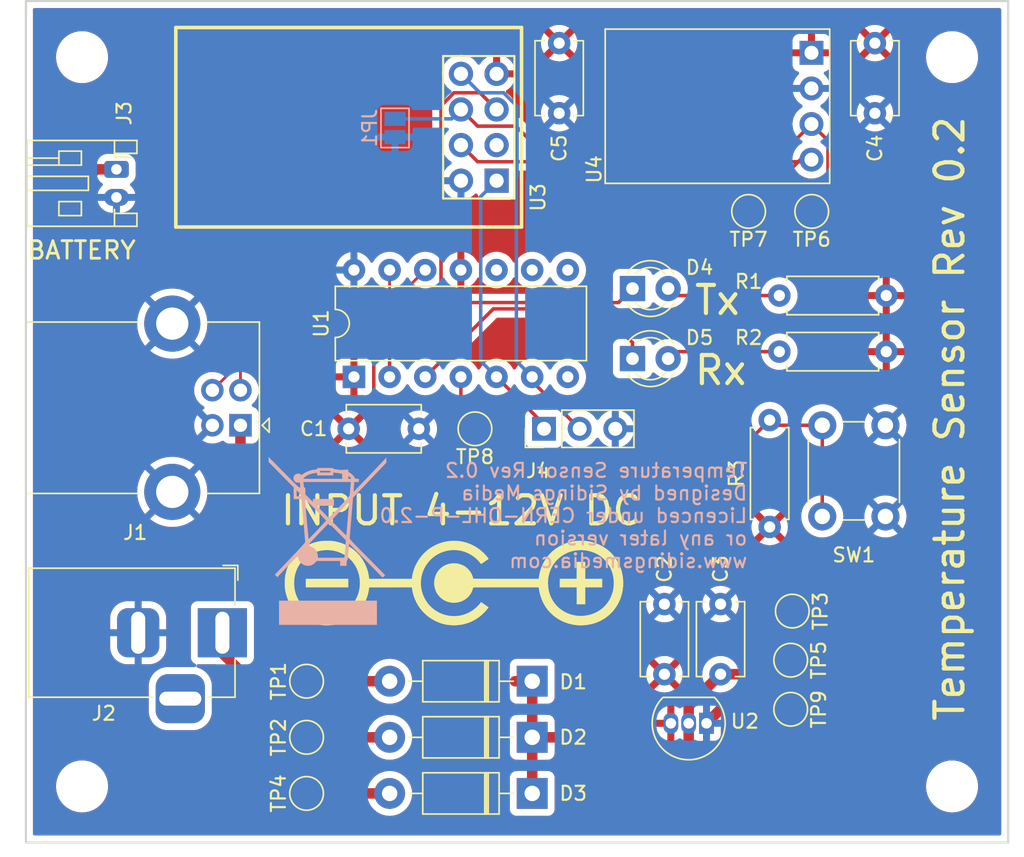
<source format=kicad_pcb>
(kicad_pcb (version 20221018) (generator pcbnew)
  (title_block (title "Temperature Sensor") (date "2024-01-13") (rev "0.2") (company "Sidings Media") (comment 1 "Licence: CERN-OHL-P-2.0 or any later version"))
  (layers (0 "F.Cu" signal) (31 "B.Cu" signal) (34 "B.Paste" user) (35 "F.Paste" user) (36 "B.SilkS" user "B.Silkscreen") (37 "F.SilkS" user "F.Silkscreen") (38 "B.Mask" user) (39 "F.Mask" user) (44 "Edge.Cuts" user))
  (net 0 "")
  (net 1 "+3.3V")
  (net 2 "GND")
  (net 3 "/V_INPUT")
  (net 4 "Net-(D1-A)")
  (net 5 "Net-(D2-A)")
  (net 6 "Net-(D3-A)")
  (net 7 "/LED_TX")
  (net 8 "Net-(D4-A)")
  (net 9 "/LED_RX")
  (net 10 "Net-(D5-A)")
  (net 11 "/USB_D-")
  (net 12 "/USB_D+")
  (net 13 "/~{RESET}")
  (net 14 "/TEMP_I2C_SCL")
  (net 15 "/TEMP_I2C_SDA")
  (net 16 "/UART_TX")
  (net 17 "/UART_RX")
  (footprint "Sensor_Temp_Humidity:AHT10" (layer "F.Cu") (at 159.68 84.02 180)
    (fp_text reference "U4" (at 8.68 -0.98 90 unlocked) (layer "F.SilkS") (effects (font (thickness 0.153))))
    (fp_text value "AHT10")
    (pad "1" thru_hole rect (at -6.8 7.33) (size 1.7 1.7) (drill 1) (layers "*.Cu" "*.Mask") (net 1 "+3.3V"))
    (pad "2" thru_hole oval (at -6.8 4.79) (size 1.7 1.7) (drill 1) (layers "*.Cu" "*.Mask") (net 2 "GND"))
    (pad "3" thru_hole oval (at -6.8 2.25) (size 1.7 1.7) (drill 1) (layers "*.Cu" "*.Mask") (net 14 "/TEMP_I2C_SCL"))
    (pad "4" thru_hole oval (at -6.8 -0.29) (size 1.7 1.7) (drill 1) (layers "*.Cu" "*.Mask") (net 15 "/TEMP_I2C_SDA"))
  )
  (footprint "MountingHole:MountingHole_3.2mm_M3" (layer "F.Cu") (at 176.5 129)
    (fp_text reference "H3" hide)
    (fp_text value "MountingHole")
    (pad "" np_thru_hole circle (at 0 0) (size 3.2 3.2) (drill 3.2) (layers "*.Cu" "*.Mask"))
  )
  (footprint "Diode_THT:D_DO-41_SOD81_P10.16mm_Horizontal" (layer "F.Cu") (at 146.58 121.5 180)
    (fp_text reference "D1" (at -2.92 -0.05) (layer "F.SilkS") (effects (font (thickness 0.153))))
    (fp_text value "1N5818")
    (pad "1" thru_hole rect (at 0 0 180) (size 2.2 2.2) (drill 1.1) (layers "*.Cu" "*.Mask") (net 3 "/V_INPUT"))
    (pad "2" thru_hole oval (at 10.16 0 180) (size 2.2 2.2) (drill 1.1) (layers "*.Cu" "*.Mask") (net 4 "Net-(D1-A)"))
  )
  (footprint "Connector_PinHeader_2.54mm:PinHeader_1x03_P2.54mm_Vertical" (layer "F.Cu") (at 147.42 103.5 90)
    (fp_text reference "J4" (at -3 -0.42 180) (layer "F.SilkS") (effects (font (thickness 0.153))))
    (fp_text value "Conn_01x03")
    (pad "1" thru_hole rect (at 0 0 90) (size 1.7 1.7) (drill 1) (layers "*.Cu" "*.Mask") (net 16 "/UART_TX"))
    (pad "2" thru_hole oval (at 0 2.54 90) (size 1.7 1.7) (drill 1) (layers "*.Cu" "*.Mask") (net 17 "/UART_RX"))
    (pad "3" thru_hole oval (at 0 5.08 90) (size 1.7 1.7) (drill 1) (layers "*.Cu" "*.Mask") (net 2 "GND"))
  )
  (footprint "Capacitor_THT:C_Disc_D5.1mm_W3.2mm_P5.00mm" (layer "F.Cu") (at 171 76 -90)
    (fp_text reference "C4" (at 7.5 0 90) (layer "F.SilkS") (effects (font (thickness 0.153))))
    (fp_text value "100n")
    (pad "1" thru_hole circle (at 0 0 270) (size 1.6 1.6) (drill 0.8) (layers "*.Cu" "*.Mask") (net 1 "+3.3V"))
    (pad "2" thru_hole circle (at 5 0 270) (size 1.6 1.6) (drill 0.8) (layers "*.Cu" "*.Mask") (net 2 "GND"))
  )
  (footprint "Package_TO_SOT_THT:TO-92_Inline" (layer "F.Cu") (at 159 124.5 180)
    (fp_text reference "U2" (at -2.73 0.14) (layer "F.SilkS") (effects (font (thickness 0.153))))
    (fp_text value "MCP1702-3302E")
    (pad "1" thru_hole rect (at 0 0 180) (size 1.05 1.5) (drill 0.75) (layers "*.Cu" "*.Mask") (net 2 "GND"))
    (pad "2" thru_hole oval (at 1.27 0 180) (size 1.05 1.5) (drill 0.75) (layers "*.Cu" "*.Mask") (net 3 "/V_INPUT"))
    (pad "3" thru_hole oval (at 2.54 0 180) (size 1.05 1.5) (drill 0.75) (layers "*.Cu" "*.Mask") (net 1 "+3.3V"))
  )
  (footprint "TestPoint:TestPoint_Pad_D2.0mm" (layer "F.Cu") (at 165.115 116.5 -90)
    (fp_text reference "TP3" (at 0 -1.998 -90) (layer "F.SilkS") (effects (font (thickness 0.153))))
    (fp_text value "TestPoint")
    (pad "1" smd circle (at 0 0 270) (size 2 2) (layers "F.Cu" "F.Mask") (net 1 "+3.3V"))
  )
  (footprint "TestPoint:TestPoint_Pad_D2.0mm" (layer "F.Cu") (at 162 88 180)
    (fp_text reference "TP7" (at 0 -1.998) (layer "F.SilkS") (effects (font (thickness 0.153))))
    (fp_text value "TestPoint")
    (pad "1" smd circle (at 0 0 180) (size 2 2) (layers "F.Cu" "F.Mask") (net 15 "/TEMP_I2C_SDA"))
  )
  (footprint "TestPoint:TestPoint_Pad_D2.0mm" (layer "F.Cu") (at 130.5 125.5 90)
    (fp_text reference "TP2" (at 0 -1.998 90) (layer "F.SilkS") (effects (font (thickness 0.153))))
    (fp_text value "TestPoint")
    (pad "1" smd circle (at 0 0 90) (size 2 2) (layers "F.Cu" "F.Mask") (net 5 "Net-(D2-A)"))
  )
  (footprint "MountingHole:MountingHole_3.2mm_M3" (layer "F.Cu") (at 114.5 77)
    (fp_text reference "H4" hide)
    (fp_text value "MountingHole")
    (pad "" np_thru_hole circle (at 0 0) (size 3.2 3.2) (drill 3.2) (layers "*.Cu" "*.Mask"))
  )
  (footprint "Capacitor_THT:C_Disc_D5.1mm_W3.2mm_P5.00mm" (layer "F.Cu") (at 133.5 103.5)
    (fp_text reference "C1" (at -2.5 0) (layer "F.SilkS") (effects (font (thickness 0.153))))
    (fp_text value "100n")
    (pad "1" thru_hole circle (at 0 0) (size 1.6 1.6) (drill 0.8) (layers "*.Cu" "*.Mask") (net 1 "+3.3V"))
    (pad "2" thru_hole circle (at 5 0) (size 1.6 1.6) (drill 0.8) (layers "*.Cu" "*.Mask") (net 2 "GND"))
  )
  (footprint "MountingHole:MountingHole_3.2mm_M3" (layer "F.Cu") (at 114.5 129)
    (fp_text reference "H1" hide)
    (fp_text value "MountingHole")
    (pad "" np_thru_hole circle (at 0 0) (size 3.2 3.2) (drill 3.2) (layers "*.Cu" "*.Mask"))
  )
  (footprint "TestPoint:TestPoint_Pad_D2.0mm" (layer "F.Cu") (at 166.5 88 180)
    (fp_text reference "TP6" (at 0 -1.998) (layer "F.SilkS") (effects (font (thickness 0.153))))
    (fp_text value "TestPoint")
    (pad "1" smd circle (at 0 0 180) (size 2 2) (layers "F.Cu" "F.Mask") (net 14 "/TEMP_I2C_SCL"))
  )
  (footprint "MountingHole:MountingHole_3.2mm_M3" (layer "F.Cu") (at 176.5 77)
    (fp_text reference "H2" hide)
    (fp_text value "MountingHole")
    (pad "" np_thru_hole circle (at 0 0) (size 3.2 3.2) (drill 3.2) (layers "*.Cu" "*.Mask"))
  )
  (footprint "Capacitor_THT:C_Disc_D5.1mm_W3.2mm_P5.00mm" (layer "F.Cu") (at 148.5 76 -90)
    (fp_text reference "C5" (at 7.5 0 90) (layer "F.SilkS") (effects (font (thickness 0.153))))
    (fp_text value "100n")
    (pad "1" thru_hole circle (at 0 0 270) (size 1.6 1.6) (drill 0.8) (layers "*.Cu" "*.Mask") (net 1 "+3.3V"))
    (pad "2" thru_hole circle (at 5 0 270) (size 1.6 1.6) (drill 0.8) (layers "*.Cu" "*.Mask") (net 2 "GND"))
  )
  (footprint "Connector_JST:JST_PH_S2B-PH-K_1x02_P2.00mm_Horizontal" (layer "F.Cu") (at 116.95 85 -90)
    (fp_text reference "J3" (at -4 -0.55 90) (layer "F.SilkS") (effects (font (thickness 0.153))))
    (fp_text value "Conn_01x02_Pin")
    (pad "1" thru_hole roundrect (at 0 0 270) (size 1.2 1.75) (drill 0.75) (layers "*.Cu" "*.Mask") (roundrect_rratio 0.2083333333) (net 6 "Net-(D3-A)"))
    (pad "2" thru_hole oval (at 2 0 270) (size 1.2 1.75) (drill 0.75) (layers "*.Cu" "*.Mask") (net 2 "GND"))
  )
  (footprint "TestPoint:TestPoint_Pad_D2.0mm" (layer "F.Cu") (at 165 120 -90)
    (fp_text reference "TP5" (at 0 -1.998 -90) (layer "F.SilkS") (effects (font (thickness 0.153))))
    (fp_text value "TestPoint")
    (pad "1" smd circle (at 0 0 270) (size 2 2) (layers "F.Cu" "F.Mask") (net 3 "/V_INPUT"))
  )
  (footprint "TestPoint:TestPoint_Pad_D2.0mm" (layer "F.Cu") (at 142.5 103.5 180)
    (fp_text reference "TP8" (at 0 -1.998) (layer "F.SilkS") (effects (font (thickness 0.153))))
    (fp_text value "TestPoint")
    (pad "1" smd circle (at 0 0 180) (size 2 2) (layers "F.Cu" "F.Mask") (net 13 "/~{RESET}"))
  )
  (footprint "Capacitor_THT:C_Disc_D5.1mm_W3.2mm_P5.00mm" (layer "F.Cu") (at 160 121 90)
    (fp_text reference "C3" (at 7.5 0 90) (layer "F.SilkS") (effects (font (thickness 0.153))))
    (fp_text value "1u")
    (pad "1" thru_hole circle (at 0 0 90) (size 1.6 1.6) (drill 0.8) (layers "*.Cu" "*.Mask") (net 3 "/V_INPUT"))
    (pad "2" thru_hole circle (at 5 0 90) (size 1.6 1.6) (drill 0.8) (layers "*.Cu" "*.Mask") (net 2 "GND"))
  )
  (footprint "ESP8266:ESP-01" (layer "F.Cu") (at 144.041 85.81 180)
    (fp_text reference "U3" (at -2.959 -1.19 90) (layer "F.SilkS") (effects (font (thickness 0.153))))
    (fp_text value "ESP-01v090")
    (pad "1" thru_hole rect (at 0 0 180) (size 1.7272 1.7272) (drill 1.016) (layers "*.Cu" "*.Mask") (net 16 "/UART_TX"))
    (pad "2" thru_hole oval (at 2.54 0 180) (size 1.7272 1.7272) (drill 1.016) (layers "*.Cu" "*.Mask") (net 2 "GND"))
    (pad "3" thru_hole oval (at 0 2.54 180) (size 1.7272 1.7272) (drill 1.016) (layers "*.Cu" "*.Mask"))
    (pad "4" thru_hole oval (at 2.54 2.54 180) (size 1.7272 1.7272) (drill 1.016) (layers "*.Cu" "*.Mask") (net 15 "/TEMP_I2C_SDA"))
    (pad "5" thru_hole oval (at 0 5.08 180) (size 1.7272 1.7272) (drill 1.016) (layers "*.Cu" "*.Mask") (net 13 "/~{RESET}"))
    (pad "6" thru_hole oval (at 2.54 5.08 180) (size 1.7272 1.7272) (drill 1.016) (layers "*.Cu" "*.Mask") (net 14 "/TEMP_I2C_SCL"))
    (pad "7" thru_hole oval (at 0 7.62 180) (size 1.7272 1.7272) (drill 1.016) (layers "*.Cu" "*.Mask") (net 1 "+3.3V"))
    (pad "8" thru_hole oval (at 2.54 7.62 180) (size 1.7272 1.7272) (drill 1.016) (layers "*.Cu" "*.Mask") (net 17 "/UART_RX"))
  )
  (footprint "TestPoint:TestPoint_Pad_D2.0mm" (layer "F.Cu") (at 165 123.5 -90)
    (fp_text reference "TP9" (at 0 -1.998 90) (layer "F.SilkS") (effects (font (thickness 0.153))))
    (fp_text value "TestPoint")
    (pad "1" smd circle (at 0 0 270) (size 2 2) (layers "F.Cu" "F.Mask") (net 2 "GND"))
  )
  (footprint "Resistor_THT:R_Axial_DIN0207_L6.3mm_D2.5mm_P7.62mm_Horizontal" (layer "F.Cu") (at 164.19 98)
    (fp_text reference "R2" (at -2.19 -1) (layer "F.SilkS") (effects (font (thickness 0.153))))
    (fp_text value "330R")
    (pad "1" thru_hole circle (at 0 0) (size 1.6 1.6) (drill 0.8) (layers "*.Cu" "*.Mask") (net 10 "Net-(D5-A)"))
    (pad "2" thru_hole oval (at 7.62 0) (size 1.6 1.6) (drill 0.8) (layers "*.Cu" "*.Mask") (net 1 "+3.3V"))
  )
  (footprint "Diode_THT:D_DO-41_SOD81_P10.16mm_Horizontal" (layer "F.Cu") (at 146.58 125.5 180)
    (fp_text reference "D2" (at -2.92 0) (layer "F.SilkS") (effects (font (thickness 0.153))))
    (fp_text value "1N5818")
    (pad "1" thru_hole rect (at 0 0 180) (size 2.2 2.2) (drill 1.1) (layers "*.Cu" "*.Mask") (net 3 "/V_INPUT"))
    (pad "2" thru_hole oval (at 10.16 0 180) (size 2.2 2.2) (drill 1.1) (layers "*.Cu" "*.Mask") (net 5 "Net-(D2-A)"))
  )
  (footprint "Capacitor_THT:C_Disc_D5.1mm_W3.2mm_P5.00mm" (layer "F.Cu") (at 156 121 90)
    (fp_text reference "C2" (at 7.5 0 90) (layer "F.SilkS") (effects (font (thickness 0.153))))
    (fp_text value "1u")
    (pad "1" thru_hole circle (at 0 0 90) (size 1.6 1.6) (drill 0.8) (layers "*.Cu" "*.Mask") (net 1 "+3.3V"))
    (pad "2" thru_hole circle (at 5 0 90) (size 1.6 1.6) (drill 0.8) (layers "*.Cu" "*.Mask") (net 2 "GND"))
  )
  (footprint "TestPoint:TestPoint_Pad_D2.0mm" (layer "F.Cu") (at 130.5 129.5 90)
    (fp_text reference "TP4" (at 0 -1.998 90) (layer "F.SilkS") (effects (font (thickness 0.153))))
    (fp_text value "TestPoint")
    (pad "1" smd circle (at 0 0 90) (size 2 2) (layers "F.Cu" "F.Mask") (net 6 "Net-(D3-A)"))
  )
  (footprint "Symbol:Polarity_Center_Positive_6mm_SilkScreen" (layer "F.Cu") (at 141 114.5)
    (fp_text reference "REF**" hide)
    (fp_text value "Polarity_Center_Positive_6mm_SilkScreen" hide)
  )
  (footprint "Connector_BarrelJack:BarrelJack_Horizontal" (layer "F.Cu") (at 124.5 118.0425)
    (fp_text reference "J2" (at -8.45 5.75) (layer "F.SilkS") (effects (font (thickness 0.153))))
    (fp_text value "Barrel_Jack")
    (pad "1" thru_hole rect (at 0 0) (size 3.5 3.5) (drill oval 1 3) (layers "*.Cu" "*.Mask") (net 5 "Net-(D2-A)"))
    (pad "2" thru_hole roundrect (at -6 0) (size 3 3.5) (drill oval 1 3) (layers "*.Cu" "*.Mask") (net 2 "GND"))
    (pad "3" thru_hole roundrect (at -3 4.7) (size 3.5 3.5) (drill oval 3 1) (layers "*.Cu" "*.Mask"))
  )
  (footprint "LED_THT:LED_D3.0mm" (layer "F.Cu") (at 153.725 93.5)
    (fp_text reference "D4" (at 4.775 -1.5) (layer "F.SilkS") (effects (font (thickness 0.153))))
    (fp_text value "LED")
    (pad "1" thru_hole rect (at 0 0) (size 1.8 1.8) (drill 0.9) (layers "*.Cu" "*.Mask") (net 7 "/LED_TX"))
    (pad "2" thru_hole circle (at 2.54 0) (size 1.8 1.8) (drill 0.9) (layers "*.Cu" "*.Mask") (net 8 "Net-(D4-A)"))
  )
  (footprint "TestPoint:TestPoint_Pad_D2.0mm" (layer "F.Cu") (at 130.5 121.5 90)
    (fp_text reference "TP1" (at 0 -1.998 90) (layer "F.SilkS") (effects (font (thickness 0.153))))
    (fp_text value "TestPoint")
    (pad "1" smd circle (at 0 0 90) (size 2 2) (layers "F.Cu" "F.Mask") (net 4 "Net-(D1-A)"))
  )
  (footprint "Resistor_THT:R_Axial_DIN0207_L6.3mm_D2.5mm_P7.62mm_Horizontal" (layer "F.Cu") (at 163.5 110.5 90)
    (fp_text reference "R3" (at 3.81 -2.37 90) (layer "F.SilkS") (effects (font (thickness 0.153))))
    (fp_text value "1K")
    (pad "1" thru_hole circle (at 0 0 90) (size 1.6 1.6) (drill 0.8) (layers "*.Cu" "*.Mask") (net 1 "+3.3V"))
    (pad "2" thru_hole oval (at 7.62 0 90) (size 1.6 1.6) (drill 0.8) (layers "*.Cu" "*.Mask") (net 13 "/~{RESET}"))
  )
  (footprint "LED_THT:LED_D3.0mm" (layer "F.Cu") (at 153.725 98.5)
    (fp_text reference "D5" (at 4.775 -1.5) (layer "F.SilkS") (effects (font (thickness 0.153))))
    (fp_text value "LED")
    (pad "1" thru_hole rect (at 0 0) (size 1.8 1.8) (drill 0.9) (layers "*.Cu" "*.Mask") (net 9 "/LED_RX"))
    (pad "2" thru_hole circle (at 2.54 0) (size 1.8 1.8) (drill 0.9) (layers "*.Cu" "*.Mask") (net 10 "Net-(D5-A)"))
  )
  (footprint "Resistor_THT:R_Axial_DIN0207_L6.3mm_D2.5mm_P7.62mm_Horizontal" (layer "F.Cu") (at 164.19 94)
    (fp_text reference "R1" (at -2.19 -1) (layer "F.SilkS") (effects (font (thickness 0.153))))
    (fp_text value "330R")
    (pad "1" thru_hole circle (at 0 0) (size 1.6 1.6) (drill 0.8) (layers "*.Cu" "*.Mask") (net 8 "Net-(D4-A)"))
    (pad "2" thru_hole oval (at 7.62 0) (size 1.6 1.6) (drill 0.8) (layers "*.Cu" "*.Mask") (net 1 "+3.3V"))
  )
  (footprint "Diode_THT:D_DO-41_SOD81_P10.16mm_Horizontal" (layer "F.Cu") (at 146.58 129.5 180)
    (fp_text reference "D3" (at -2.92 0) (layer "F.SilkS") (effects (font (thickness 0.153))))
    (fp_text value "1N5818")
    (pad "1" thru_hole rect (at 0 0 180) (size 2.2 2.2) (drill 1.1) (layers "*.Cu" "*.Mask") (net 3 "/V_INPUT"))
    (pad "2" thru_hole oval (at 10.16 0 180) (size 2.2 2.2) (drill 1.1) (layers "*.Cu" "*.Mask") (net 6 "Net-(D3-A)"))
  )
  (footprint "Package_DIP:DIP-14_W7.62mm" (layer "F.Cu") (at 133.875 99.8 90)
    (fp_text reference "U1" (at 3.81 -2.33 90) (layer "F.SilkS") (effects (font (thickness 0.153))))
    (fp_text value "MCP2221AxP")
    (pad "1" thru_hole rect (at 0 0 90) (size 1.6 1.6) (drill 0.8) (layers "*.Cu" "*.Mask") (net 1 "+3.3V"))
    (pad "2" thru_hole oval (at 0 2.54 90) (size 1.6 1.6) (drill 0.8) (layers "*.Cu" "*.Mask") (net 7 "/LED_TX"))
    (pad "3" thru_hole oval (at 0 5.08 90) (size 1.6 1.6) (drill 0.8) (layers "*.Cu" "*.Mask") (net 9 "/LED_RX"))
    (pad "4" thru_hole oval (at 0 7.62 90) (size 1.6 1.6) (drill 0.8) (layers "*.Cu" "*.Mask") (net 13 "/~{RESET}"))
    (pad "5" thru_hole oval (at 0 10.16 90) (size 1.6 1.6) (drill 0.8) (layers "*.Cu" "*.Mask") (net 16 "/UART_TX"))
    (pad "6" thru_hole oval (at 0 12.7 90) (size 1.6 1.6) (drill 0.8) (layers "*.Cu" "*.Mask") (net 17 "/UART_RX"))
    (pad "7" thru_hole oval (at 0 15.24 90) (size 1.6 1.6) (drill 0.8) (layers "*.Cu" "*.Mask"))
    (pad "8" thru_hole oval (at 7.62 15.24 90) (size 1.6 1.6) (drill 0.8) (layers "*.Cu" "*.Mask"))
    (pad "9" thru_hole oval (at 7.62 12.7 90) (size 1.6 1.6) (drill 0.8) (layers "*.Cu" "*.Mask"))
    (pad "10" thru_hole oval (at 7.62 10.16 90) (size 1.6 1.6) (drill 0.8) (layers "*.Cu" "*.Mask"))
    (pad "11" thru_hole oval (at 7.62 7.62 90) (size 1.6 1.6) (drill 0.8) (layers "*.Cu" "*.Mask") (net 1 "+3.3V"))
    (pad "12" thru_hole oval (at 7.62 5.08 90) (size 1.6 1.6) (drill 0.8) (layers "*.Cu" "*.Mask") (net 11 "/USB_D-"))
    (pad "13" thru_hole oval (at 7.62 2.54 90) (size 1.6 1.6) (drill 0.8) (layers "*.Cu" "*.Mask") (net 12 "/USB_D+"))
    (pad "14" thru_hole oval (at 7.62 0 90) (size 1.6 1.6) (drill 0.8) (layers "*.Cu" "*.Mask") (net 2 "GND"))
  )
  (footprint "Button_Switch_THT:SW_PUSH_6mm" (layer "F.Cu") (at 171.75 103.25 -90)
    (fp_text reference "SW1" (at 9.25 2.25 -180) (layer "F.SilkS") (effects (font (thickness 0.153))))
    (fp_text value "SW_Push")
    (pad "1" thru_hole circle (at 0 0) (size 2 2) (drill 1.1) (layers "*.Cu" "*.Mask") (net 2 "GND"))
    (pad "1" thru_hole circle (at 6.5 0) (size 2 2) (drill 1.1) (layers "*.Cu" "*.Mask") (net 2 "GND"))
    (pad "2" thru_hole circle (at 0 4.5) (size 2 2) (drill 1.1) (layers "*.Cu" "*.Mask") (net 13 "/~{RESET}"))
    (pad "2" thru_hole circle (at 6.5 4.5) (size 2 2) (drill 1.1) (layers "*.Cu" "*.Mask") (net 13 "/~{RESET}"))
  )
  (footprint "Connector_USB:USB_B_Lumberg_2411_02_Horizontal" (layer "F.Cu") (at 125.7875 103.25 180)
    (fp_text reference "J1" (at 7.5 -7.65) (layer "F.SilkS") (effects (font (thickness 0.153))))
    (fp_text value "USB_B")
    (pad "1" thru_hole rect (at 0 0 270) (size 1.6 1.6) (drill 0.95) (layers "*.Cu" "*.Mask") (net 4 "Net-(D1-A)"))
    (pad "2" thru_hole circle (at 0 2.5 270) (size 1.6 1.6) (drill 0.95) (layers "*.Cu" "*.Mask") (net 11 "/USB_D-"))
    (pad "3" thru_hole circle (at 2 2.5 270) (size 1.6 1.6) (drill 0.95) (layers "*.Cu" "*.Mask") (net 12 "/USB_D+"))
    (pad "4" thru_hole circle (at 2 0 270) (size 1.6 1.6) (drill 0.95) (layers "*.Cu" "*.Mask") (net 2 "GND"))
    (pad "5" thru_hole circle (at 4.86 -4.75 270) (size 4 4) (drill 2.3) (layers "*.Cu" "*.Mask") (net 2 "GND"))
    (pad "5" thru_hole circle (at 4.86 7.25 270) (size 4 4) (drill 2.3) (layers "*.Cu" "*.Mask") (net 2 "GND"))
  )
  (footprint "Jumper:SolderJumper-2_P1.3mm_Open_Pad1.0x1.5mm" (layer "B.Cu") (at 136.8 82.05 -90)
    (fp_text reference "JP1" (at 0 1.8 90) (layer "B.SilkS") (effects (justify mirror)))
    (fp_text value "SolderJumper_2_Open")
    (pad "1" smd rect (at -0.65 0 270) (size 1 1.5) (layers "B.Cu" "B.Mask") (net 14 "/TEMP_I2C_SCL"))
    (pad "2" smd rect (at 0.65 0 270) (size 1 1.5) (layers "B.Cu" "B.Mask") (net 2 "GND"))
  )
  (footprint "Symbol:WEEE-Logo_8.4x12mm_SilkScreen" (layer "B.Cu") (at 132 111.5 180)
    (fp_text reference "REF**" hide)
    (fp_text value "WEEE-Logo_8.4x12mm_SilkScreen" hide)
  )
  (gr_rect (start 110.5 73) (end 180.5 133) (stroke (width 0.15)) (fill none) (layer "Edge.Cuts"))
  (gr_text "Temperature Sensor Rev 0.2\nDesigned by Sidings Media\nLicenced under CERN-OHL-P-2.0 \nor any later version\nwww.sidingsmedia.com" (at 162 113.5) (layer "B.SilkS") (effects (font (size 1 1) (thickness 0.153)) (justify left bottom mirror)))
  (gr_text "Rx" (at 158 100.5) (layer "F.SilkS") (effects (font (size 2 2) (thickness 0.3)) (justify left bottom)))
  (gr_text "INPUT 4-12V DC" (at 128.5 110.5) (layer "F.SilkS") (effects (font (size 2 2) (thickness 0.3)) (justify left bottom)))
  (gr_text "Tx" (at 158 95.5) (layer "F.SilkS") (effects (font (size 2 2) (thickness 0.3)) (justify left bottom)))
  (gr_text "Temperature Sensor Rev 0.2" (at 177.5 124.5 90) (layer "F.SilkS") (effects (font (size 2 2) (thickness 0.3)) (justify left bottom)))
  (gr_text "BATTERY" (at 110.5 91.5) (layer "F.SilkS") (effects (font (size 1.25 1.25) (thickness 0.2) bold) (justify left bottom)))
  (segment (start 133.5 100.175) (end 133.875 99.8) (width 0.75) (layer "F.Cu") (net 1))
  (segment (start 165 123.5) (end 160 123.5) (width 0.75) (layer "F.Cu") (net 2))
  (segment (start 160 123.5) (end 159 124.5) (width 0.75) (layer "F.Cu") (net 2))
  (segment (start 146.58 125.5) (end 151 125.5) (width 0.75) (layer "F.Cu") (net 3))
  (segment (start 160 121) (end 164 121) (width 0.75) (layer "F.Cu") (net 3))
  (segment (start 146.58 129.5) (end 146.58 125.5) (width 0.75) (layer "F.Cu") (net 3))
  (segment (start 156.5 128) (end 157.73 126.77) (width 0.75) (layer "F.Cu") (net 3))
  (segment (start 146.58 121.5) (end 145.35 121.5) (width 0.75) (layer "F.Cu") (net 3))
  (segment (start 153.5 128) (end 156.5 128) (width 0.75) (layer "F.Cu") (net 3))
  (segment (start 157.73 124.5) (end 157.73 123.27) (width 0.75) (layer "F.Cu") (net 3))
  (segment (start 164 121) (end 165 120) (width 0.75) (layer "F.Cu") (net 3))
  (segment (start 157.73 123.27) (end 160 121) (width 0.75) (layer "F.Cu") (net 3))
  (segment (start 146.58 125.5) (end 146.58 121.5) (width 0.75) (layer "F.Cu") (net 3))
  (segment (start 157.73 126.77) (end 157.73 124.5) (width 0.75) (layer "F.Cu") (net 3))
  (segment (start 151 125.5) (end 153.5 128) (width 0.75) (layer "F.Cu") (net 3))
  (segment (start 125.7875 110.2875) (end 128 112.5) (width 0.75) (layer "F.Cu") (net 4))
  (segment (start 130.5 121.5) (end 136.42 121.5) (width 0.75) (layer "F.Cu") (net 4))
  (segment (start 128 112.5) (end 128 119) (width 0.75) (layer "F.Cu") (net 4))
  (segment (start 125.7875 103.25) (end 125.7875 110.2875) (width 0.75) (layer "F.Cu") (net 4))
  (segment (start 128 119) (end 130.5 121.5) (width 0.75) (layer "F.Cu") (net 4))
  (segment (start 124.5 118.0425) (end 124.5 119.5) (width 0.75) (layer "F.Cu") (net 5))
  (segment (start 130.5 125.5) (end 136.42 125.5) (width 0.75) (layer "F.Cu") (net 5))
  (segment (start 124.5 119.5) (end 130.5 125.5) (width 0.75) (layer "F.Cu") (net 5))
  (segment (start 116.95 85) (end 115.5 85) (width 0.75) (layer "F.Cu") (net 6))
  (segment (start 114 120.5) (end 123 129.5) (width 0.75) (layer "F.Cu") (net 6))
  (segment (start 130.5 129.5) (end 136.42 129.5) (width 0.75) (layer "F.Cu") (net 6))
  (segment (start 123 129.5) (end 130.5 129.5) (width 0.75) (layer "F.Cu") (net 6))
  (segment (start 114 86.5) (end 114 120.5) (width 0.75) (layer "F.Cu") (net 6))
  (segment (start 115.5 85) (end 114 86.5) (width 0.75) (layer "F.Cu") (net 6))
  (segment (start 139.5 94.5) (end 136.415 97.585) (width 0.25) (layer "F.Cu") (net 7))
  (segment (start 153.725 93.5) (end 152.725 94.5) (width 0.25) (layer "F.Cu") (net 7))
  (segment (start 152.725 94.5) (end 139.5 94.5) (width 0.25) (layer "F.Cu") (net 7))
  (segment (start 136.415 97.585) (end 136.415 99.8) (width 0.25) (layer "F.Cu") (net 7))
  (segment (start 156.765 94) (end 156.265 93.5) (width 0.25) (layer "F.Cu") (net 8))
  (segment (start 164.19 94) (end 156.765 94) (width 0.25) (layer "F.Cu") (net 8))
  (segment (start 151.325 94.95) (end 143.805 94.95) (width 0.25) (layer "F.Cu") (net 9))
  (segment (start 143.805 94.95) (end 138.955 99.8) (width 0.25) (layer "F.Cu") (net 9))
  (segment (start 153.725 98.5) (end 153.725 97.35) (width 0.25) (layer "F.Cu") (net 9))
  (segment (start 153.725 97.35) (end 151.325 94.95) (width 0.25) (layer "F.Cu") (net 9))
  (segment (start 156.765 98) (end 156.265 98.5) (width 0.25) (layer "F.Cu") (net 10))
  (segment (start 164.19 98) (end 156.765 98) (width 0.25) (layer "F.Cu") (net 10))
  (segment (start 128.948897 96.225) (end 125.7875 99.386397) (width 0.2) (layer "F.Cu") (net 11))
  (segment (start 134.91 96.225) (end 128.948897 96.225) (width 0.2) (layer "F.Cu") (net 11))
  (segment (start 138.955 92.18) (end 134.91 96.225) (width 0.2) (layer "F.Cu") (net 11))
  (segment (start 125.7875 99.386397) (end 125.7875 100.75) (width 0.2) (layer "F.Cu") (net 11))
  (segment (start 134.723603 95.775) (end 128.7625 95.775) (width 0.2) (layer "F.Cu") (net 12))
  (segment (start 136.415 92.18) (end 136.415 94.083603) (width 0.2) (layer "F.Cu") (net 12))
  (segment (start 136.415 94.083603) (end 134.723603 95.775) (width 0.2) (layer "F.Cu") (net 12))
  (segment (start 128.7625 95.775) (end 123.7875 100.75) (width 0.2) (layer "F.Cu") (net 12))
  (segment (start 136 102) (end 141 102) (width 0.25) (layer "F.Cu") (net 13))
  (segment (start 160.88 105.5) (end 163.5 102.88) (width 0.25) (layer "F.Cu") (net 13))
  (segment (start 135.29 98.073604) (end 135.29 101.29) (width 0.25) (layer "F.Cu") (net 13))
  (segment (start 135.29 98.073604) (end 140.08 93.283604) (width 0.25) (layer "F.Cu") (net 13))
  (segment (start 141.495 101.505) (end 141.495 99.8) (width 0.25) (layer "F.Cu") (net 13))
  (segment (start 167.25 109.75) (end 167.25 103.25) (width 0.25) (layer "F.Cu") (net 13))
  (segment (start 163.87 103.25) (end 163.5 102.88) (width 0.25) (layer "F.Cu") (net 13))
  (segment (start 135.29 101.29) (end 136 102) (width 0.25) (layer "F.Cu") (net 13))
  (segment (start 167.25 103.25) (end 163.87 103.25) (width 0.25) (layer "F.Cu") (net 13))
  (segment (start 140.08 93.283604) (end 140.08 80.470065) (width 0.25) (layer "F.Cu") (net 13))
  (segment (start 144.5 105.5) (end 160.88 105.5) (width 0.25) (layer "F.Cu") (net 13))
  (segment (start 141.008665 79.5414) (end 142.8524 79.5414) (width 0.25) (layer "F.Cu") (net 13))
  (segment (start 140.08 80.470065) (end 141.008665 79.5414) (width 0.25) (layer "F.Cu") (net 13))
  (segment (start 142.5 103.5) (end 144.5 105.5) (width 0.25) (layer "F.Cu") (net 13))
  (segment (start 142.8524 79.5414) (end 144.041 80.73) (width 0.25) (layer "F.Cu") (net 13))
  (segment (start 141 102) (end 142.5 103.5) (width 0.25) (layer "F.Cu") (net 13))
  (segment (start 141 102) (end 141.495 101.505) (width 0.25) (layer "F.Cu") (net 13))
  (segment (start 167.655 82.945) (end 166.48 81.77) (width 0.25) (layer "F.Cu") (net 14))
  (segment (start 166.5 88) (end 167.655 86.845) (width 0.25) (layer "F.Cu") (net 14))
  (segment (start 164.25 84) (end 166.48 81.77) (width 0.25) (layer "F.Cu") (net 14))
  (segment (start 142.6896 81.9186) (end 145.4186 81.9186) (width 0.25) (layer "F.Cu") (net 14))
  (segment (start 141.501 80.73) (end 142.6896 81.9186) (width 0.25) (layer "F.Cu") (net 14))
  (segment (start 147.5 84) (end 164.25 84) (width 0.25) (layer "F.Cu") (net 14))
  (segment (start 145.4186 81.9186) (end 147.5 84) (width 0.25) (layer "F.Cu") (net 14))
  (segment (start 167.655 86.845) (end 167.655 82.945) (width 0.25) (layer "F.Cu") (net 14))
  (segment (start 140.831 81.4) (end 141.501 80.73) (width 0.25) (layer "B.Cu") (net 14))
  (segment (start 136.8 81.4) (end 140.831 81.4) (width 0.25) (layer "B.Cu") (net 14))
  (segment (start 162 88) (end 165.69 84.31) (width 0.25) (layer "F.Cu") (net 15))
  (segment (start 141.501 83.27) (end 142.6896 84.4586) (width 0.25) (layer "F.Cu") (net 15))
  (segment (start 142.6896 84.4586) (end 166.3314 84.4586) (width 0.25) (layer "F.Cu") (net 15))
  (segment (start 166.3314 84.4586) (end 166.48 84.31) (width 0.25) (layer "F.Cu") (net 15))
  (segment (start 165.69 84.31) (end 166.48 84.31) (width 0.25) (layer "F.Cu") (net 15))
  (segment (start 147.42 103.185) (end 144.035 99.8) (width 0.25) (layer "F.Cu") (net 16))
  (segment (start 147.42 103.5) (end 147.42 103.185) (width 0.25) (layer "F.Cu") (net 16))
  (segment (start 142.91 86.941) (end 142.91 98.675) (width 0.25) (layer "B.Cu") (net 16))
  (segment (start 144.041 85.81) (end 142.91 86.941) (width 0.25) (layer "B.Cu") (net 16))
  (segment (start 142.91 98.675) (end 144.035 99.8) (width 0.25) (layer "B.Cu") (net 16))
  (segment (start 149.96 103.5) (end 146.575 100.115) (width 0.25) (layer "F.Cu") (net 17))
  (segment (start 146.575 100.115) (end 146.575 99.8) (width 0.25) (layer "F.Cu") (net 17))
  (segment (start 145.5 85.5) (end 145.45 85.55) (width 0.25) (layer "B.Cu") (net 17))
  (segment (start 141.501 78.19) (end 142.8524 79.5414) (width 0.25) (layer "B.Cu") (net 17))
  (segment (start 145.5 80.5) (end 145.5 85.5) (width 0.25) (layer "B.Cu") (net 17))
  (segment (start 144.5414 79.5414) (end 145.5 80.5) (width 0.25) (layer "B.Cu") (net 17))
  (segment (start 145.45 85.55) (end 145.45 98.675) (width 0.25) (layer "B.Cu") (net 17))
  (segment (start 145.45 98.675) (end 146.575 99.8) (width 0.25) (layer "B.Cu") (net 17))
  (segment (start 142.8524 79.5414) (end 144.5414 79.5414) (width 0.25) (layer "B.Cu") (net 17))
  (zone (net 1) (net_name "+3.3V") (layer "F.Cu") (name "PWR") (connect_pads (clearance 0.5)) (min_thickness 0.25) (fill yes (thermal_gap 0.5) (thermal_bridge_width 0.5))
    (polygon (pts (xy 111 132.5) (xy 180 132.5) (xy 180 73.5) (xy 111 73.5)))
  )
  (zone (net 2) (net_name "GND") (layer "B.Cu") (name "GND") (connect_pads (clearance 0.5)) (min_thickness 0.25) (fill yes (thermal_gap 0.5) (thermal_bridge_width 0.5))
    (polygon (pts (xy 111 73.5) (xy 180 73.5) (xy 180 132.5) (xy 111 132.5)))
  )
)
</source>
